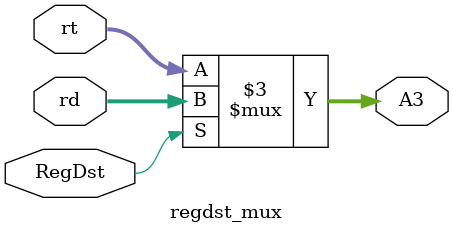
<source format=v>
`timescale 1ns / 1ps

module regdst_mux
(
    input RegDst,
    input [4 : 0] rt,
    input [4 : 0] rd,
    output reg [4 : 0] A3
);
    always @ (*)
    begin
        if(RegDst) A3 <= rd;
        else A3 <= rt;
    end
    
endmodule

</source>
